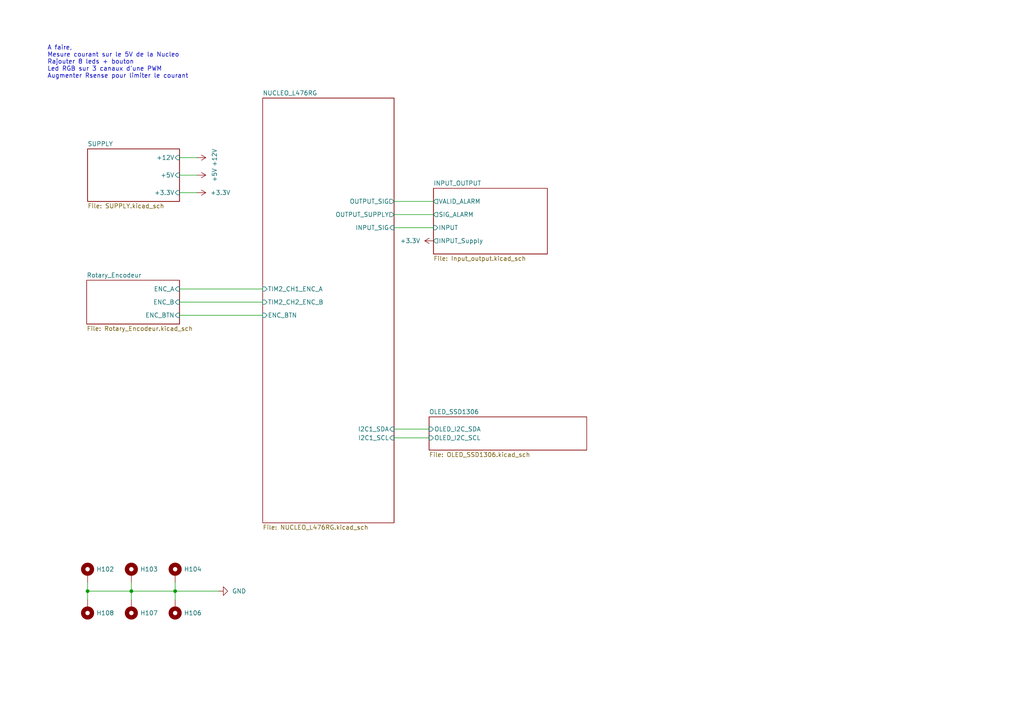
<source format=kicad_sch>
(kicad_sch
	(version 20231120)
	(generator "eeschema")
	(generator_version "8.0")
	(uuid "2e9feef3-d2ce-488a-99fa-e1de5099ffc3")
	(paper "A4")
	(lib_symbols
		(symbol "Mechanical:MountingHole_Pad"
			(pin_numbers hide)
			(pin_names
				(offset 1.016) hide)
			(exclude_from_sim no)
			(in_bom yes)
			(on_board yes)
			(property "Reference" "H"
				(at 0 6.35 0)
				(effects
					(font
						(size 1.27 1.27)
					)
				)
			)
			(property "Value" "MountingHole_Pad"
				(at 0 4.445 0)
				(effects
					(font
						(size 1.27 1.27)
					)
				)
			)
			(property "Footprint" ""
				(at 0 0 0)
				(effects
					(font
						(size 1.27 1.27)
					)
					(hide yes)
				)
			)
			(property "Datasheet" "~"
				(at 0 0 0)
				(effects
					(font
						(size 1.27 1.27)
					)
					(hide yes)
				)
			)
			(property "Description" "Mounting Hole with connection"
				(at 0 0 0)
				(effects
					(font
						(size 1.27 1.27)
					)
					(hide yes)
				)
			)
			(property "ki_keywords" "mounting hole"
				(at 0 0 0)
				(effects
					(font
						(size 1.27 1.27)
					)
					(hide yes)
				)
			)
			(property "ki_fp_filters" "MountingHole*Pad*"
				(at 0 0 0)
				(effects
					(font
						(size 1.27 1.27)
					)
					(hide yes)
				)
			)
			(symbol "MountingHole_Pad_0_1"
				(circle
					(center 0 1.27)
					(radius 1.27)
					(stroke
						(width 1.27)
						(type default)
					)
					(fill
						(type none)
					)
				)
			)
			(symbol "MountingHole_Pad_1_1"
				(pin input line
					(at 0 -2.54 90)
					(length 2.54)
					(name "1"
						(effects
							(font
								(size 1.27 1.27)
							)
						)
					)
					(number "1"
						(effects
							(font
								(size 1.27 1.27)
							)
						)
					)
				)
			)
		)
		(symbol "power:+12V"
			(power)
			(pin_numbers hide)
			(pin_names
				(offset 0) hide)
			(exclude_from_sim no)
			(in_bom yes)
			(on_board yes)
			(property "Reference" "#PWR"
				(at 0 -3.81 0)
				(effects
					(font
						(size 1.27 1.27)
					)
					(hide yes)
				)
			)
			(property "Value" "+12V"
				(at 0 3.556 0)
				(effects
					(font
						(size 1.27 1.27)
					)
				)
			)
			(property "Footprint" ""
				(at 0 0 0)
				(effects
					(font
						(size 1.27 1.27)
					)
					(hide yes)
				)
			)
			(property "Datasheet" ""
				(at 0 0 0)
				(effects
					(font
						(size 1.27 1.27)
					)
					(hide yes)
				)
			)
			(property "Description" "Power symbol creates a global label with name \"+12V\""
				(at 0 0 0)
				(effects
					(font
						(size 1.27 1.27)
					)
					(hide yes)
				)
			)
			(property "ki_keywords" "global power"
				(at 0 0 0)
				(effects
					(font
						(size 1.27 1.27)
					)
					(hide yes)
				)
			)
			(symbol "+12V_0_1"
				(polyline
					(pts
						(xy -0.762 1.27) (xy 0 2.54)
					)
					(stroke
						(width 0)
						(type default)
					)
					(fill
						(type none)
					)
				)
				(polyline
					(pts
						(xy 0 0) (xy 0 2.54)
					)
					(stroke
						(width 0)
						(type default)
					)
					(fill
						(type none)
					)
				)
				(polyline
					(pts
						(xy 0 2.54) (xy 0.762 1.27)
					)
					(stroke
						(width 0)
						(type default)
					)
					(fill
						(type none)
					)
				)
			)
			(symbol "+12V_1_1"
				(pin power_in line
					(at 0 0 90)
					(length 0)
					(name "~"
						(effects
							(font
								(size 1.27 1.27)
							)
						)
					)
					(number "1"
						(effects
							(font
								(size 1.27 1.27)
							)
						)
					)
				)
			)
		)
		(symbol "power:+3.3V"
			(power)
			(pin_numbers hide)
			(pin_names
				(offset 0) hide)
			(exclude_from_sim no)
			(in_bom yes)
			(on_board yes)
			(property "Reference" "#PWR"
				(at 0 -3.81 0)
				(effects
					(font
						(size 1.27 1.27)
					)
					(hide yes)
				)
			)
			(property "Value" "+3.3V"
				(at 0 3.556 0)
				(effects
					(font
						(size 1.27 1.27)
					)
				)
			)
			(property "Footprint" ""
				(at 0 0 0)
				(effects
					(font
						(size 1.27 1.27)
					)
					(hide yes)
				)
			)
			(property "Datasheet" ""
				(at 0 0 0)
				(effects
					(font
						(size 1.27 1.27)
					)
					(hide yes)
				)
			)
			(property "Description" "Power symbol creates a global label with name \"+3.3V\""
				(at 0 0 0)
				(effects
					(font
						(size 1.27 1.27)
					)
					(hide yes)
				)
			)
			(property "ki_keywords" "global power"
				(at 0 0 0)
				(effects
					(font
						(size 1.27 1.27)
					)
					(hide yes)
				)
			)
			(symbol "+3.3V_0_1"
				(polyline
					(pts
						(xy -0.762 1.27) (xy 0 2.54)
					)
					(stroke
						(width 0)
						(type default)
					)
					(fill
						(type none)
					)
				)
				(polyline
					(pts
						(xy 0 0) (xy 0 2.54)
					)
					(stroke
						(width 0)
						(type default)
					)
					(fill
						(type none)
					)
				)
				(polyline
					(pts
						(xy 0 2.54) (xy 0.762 1.27)
					)
					(stroke
						(width 0)
						(type default)
					)
					(fill
						(type none)
					)
				)
			)
			(symbol "+3.3V_1_1"
				(pin power_in line
					(at 0 0 90)
					(length 0)
					(name "~"
						(effects
							(font
								(size 1.27 1.27)
							)
						)
					)
					(number "1"
						(effects
							(font
								(size 1.27 1.27)
							)
						)
					)
				)
			)
		)
		(symbol "power:+5V"
			(power)
			(pin_numbers hide)
			(pin_names
				(offset 0) hide)
			(exclude_from_sim no)
			(in_bom yes)
			(on_board yes)
			(property "Reference" "#PWR"
				(at 0 -3.81 0)
				(effects
					(font
						(size 1.27 1.27)
					)
					(hide yes)
				)
			)
			(property "Value" "+5V"
				(at 0 3.556 0)
				(effects
					(font
						(size 1.27 1.27)
					)
				)
			)
			(property "Footprint" ""
				(at 0 0 0)
				(effects
					(font
						(size 1.27 1.27)
					)
					(hide yes)
				)
			)
			(property "Datasheet" ""
				(at 0 0 0)
				(effects
					(font
						(size 1.27 1.27)
					)
					(hide yes)
				)
			)
			(property "Description" "Power symbol creates a global label with name \"+5V\""
				(at 0 0 0)
				(effects
					(font
						(size 1.27 1.27)
					)
					(hide yes)
				)
			)
			(property "ki_keywords" "global power"
				(at 0 0 0)
				(effects
					(font
						(size 1.27 1.27)
					)
					(hide yes)
				)
			)
			(symbol "+5V_0_1"
				(polyline
					(pts
						(xy -0.762 1.27) (xy 0 2.54)
					)
					(stroke
						(width 0)
						(type default)
					)
					(fill
						(type none)
					)
				)
				(polyline
					(pts
						(xy 0 0) (xy 0 2.54)
					)
					(stroke
						(width 0)
						(type default)
					)
					(fill
						(type none)
					)
				)
				(polyline
					(pts
						(xy 0 2.54) (xy 0.762 1.27)
					)
					(stroke
						(width 0)
						(type default)
					)
					(fill
						(type none)
					)
				)
			)
			(symbol "+5V_1_1"
				(pin power_in line
					(at 0 0 90)
					(length 0)
					(name "~"
						(effects
							(font
								(size 1.27 1.27)
							)
						)
					)
					(number "1"
						(effects
							(font
								(size 1.27 1.27)
							)
						)
					)
				)
			)
		)
		(symbol "power:GND"
			(power)
			(pin_numbers hide)
			(pin_names
				(offset 0) hide)
			(exclude_from_sim no)
			(in_bom yes)
			(on_board yes)
			(property "Reference" "#PWR"
				(at 0 -6.35 0)
				(effects
					(font
						(size 1.27 1.27)
					)
					(hide yes)
				)
			)
			(property "Value" "GND"
				(at 0 -3.81 0)
				(effects
					(font
						(size 1.27 1.27)
					)
				)
			)
			(property "Footprint" ""
				(at 0 0 0)
				(effects
					(font
						(size 1.27 1.27)
					)
					(hide yes)
				)
			)
			(property "Datasheet" ""
				(at 0 0 0)
				(effects
					(font
						(size 1.27 1.27)
					)
					(hide yes)
				)
			)
			(property "Description" "Power symbol creates a global label with name \"GND\" , ground"
				(at 0 0 0)
				(effects
					(font
						(size 1.27 1.27)
					)
					(hide yes)
				)
			)
			(property "ki_keywords" "global power"
				(at 0 0 0)
				(effects
					(font
						(size 1.27 1.27)
					)
					(hide yes)
				)
			)
			(symbol "GND_0_1"
				(polyline
					(pts
						(xy 0 0) (xy 0 -1.27) (xy 1.27 -1.27) (xy 0 -2.54) (xy -1.27 -1.27) (xy 0 -1.27)
					)
					(stroke
						(width 0)
						(type default)
					)
					(fill
						(type none)
					)
				)
			)
			(symbol "GND_1_1"
				(pin power_in line
					(at 0 0 270)
					(length 0)
					(name "~"
						(effects
							(font
								(size 1.27 1.27)
							)
						)
					)
					(number "1"
						(effects
							(font
								(size 1.27 1.27)
							)
						)
					)
				)
			)
		)
	)
	(junction
		(at 50.8 171.45)
		(diameter 0)
		(color 0 0 0 0)
		(uuid "2f84f2bf-8760-4ed9-bc76-89a376297c20")
	)
	(junction
		(at 25.4 171.45)
		(diameter 0)
		(color 0 0 0 0)
		(uuid "9dc52ea3-1664-42bb-9544-4230ad4b170d")
	)
	(junction
		(at 38.1 171.45)
		(diameter 0)
		(color 0 0 0 0)
		(uuid "cab45ed6-6200-4ffa-8a99-a586589b935e")
	)
	(wire
		(pts
			(xy 52.07 91.44) (xy 76.2 91.44)
		)
		(stroke
			(width 0)
			(type default)
		)
		(uuid "04f76312-5fe8-4dcf-adcd-1ed165b7c1b2")
	)
	(wire
		(pts
			(xy 50.8 168.91) (xy 50.8 171.45)
		)
		(stroke
			(width 0)
			(type default)
		)
		(uuid "19b9fb14-215c-4da7-ac75-aa5b633813f8")
	)
	(wire
		(pts
			(xy 38.1 173.99) (xy 38.1 171.45)
		)
		(stroke
			(width 0)
			(type default)
		)
		(uuid "20140625-cf55-4850-a7ef-c8f703c765d8")
	)
	(wire
		(pts
			(xy 25.4 171.45) (xy 25.4 173.99)
		)
		(stroke
			(width 0)
			(type default)
		)
		(uuid "3bfc2a64-a46e-47a6-83a3-3dd9d970bb30")
	)
	(wire
		(pts
			(xy 114.3 66.04) (xy 125.73 66.04)
		)
		(stroke
			(width 0)
			(type default)
		)
		(uuid "3e5ff2a1-75ee-4303-a89b-f142c0d59b2d")
	)
	(wire
		(pts
			(xy 25.4 171.45) (xy 38.1 171.45)
		)
		(stroke
			(width 0)
			(type default)
		)
		(uuid "45b54156-e242-434f-9d2c-9a2d600d173d")
	)
	(wire
		(pts
			(xy 52.07 45.72) (xy 57.15 45.72)
		)
		(stroke
			(width 0)
			(type default)
		)
		(uuid "45d11353-d1a8-43bc-8395-21775ad6eeb7")
	)
	(wire
		(pts
			(xy 50.8 171.45) (xy 63.5 171.45)
		)
		(stroke
			(width 0)
			(type default)
		)
		(uuid "49ce4596-5487-4654-8935-c44820b37804")
	)
	(wire
		(pts
			(xy 114.3 124.46) (xy 124.46 124.46)
		)
		(stroke
			(width 0)
			(type default)
		)
		(uuid "4ccb98d7-2e6c-40d8-b01b-799cd2d05729")
	)
	(wire
		(pts
			(xy 52.07 87.63) (xy 76.2 87.63)
		)
		(stroke
			(width 0)
			(type default)
		)
		(uuid "5dbd0c98-6d7f-4774-b80c-2e09530dcbfe")
	)
	(wire
		(pts
			(xy 52.07 50.8) (xy 57.15 50.8)
		)
		(stroke
			(width 0)
			(type default)
		)
		(uuid "5f7687b8-9019-4ed9-adf6-d8fb473b7e76")
	)
	(wire
		(pts
			(xy 114.3 127) (xy 124.46 127)
		)
		(stroke
			(width 0)
			(type default)
		)
		(uuid "6aa7f164-8316-44ad-9bad-47f40217462a")
	)
	(wire
		(pts
			(xy 25.4 168.91) (xy 25.4 171.45)
		)
		(stroke
			(width 0)
			(type default)
		)
		(uuid "90d8b89a-af99-4c60-8824-bd4a0a3d1b1b")
	)
	(wire
		(pts
			(xy 50.8 171.45) (xy 50.8 173.99)
		)
		(stroke
			(width 0)
			(type default)
		)
		(uuid "978dbbaf-3642-4dc9-b9a9-da6c3af02b24")
	)
	(wire
		(pts
			(xy 52.07 55.88) (xy 57.15 55.88)
		)
		(stroke
			(width 0)
			(type default)
		)
		(uuid "b02a20c3-19a9-43dd-9e53-31b0f613347a")
	)
	(wire
		(pts
			(xy 38.1 168.91) (xy 38.1 171.45)
		)
		(stroke
			(width 0)
			(type default)
		)
		(uuid "be810f40-e5b1-4651-a18a-57c642f9a3ec")
	)
	(wire
		(pts
			(xy 114.3 58.42) (xy 125.73 58.42)
		)
		(stroke
			(width 0)
			(type default)
		)
		(uuid "c4a5e39a-fb7f-4448-999f-6b894ca2604a")
	)
	(wire
		(pts
			(xy 114.3 62.23) (xy 125.73 62.23)
		)
		(stroke
			(width 0)
			(type default)
		)
		(uuid "ea38d8b2-fb6e-4791-b13b-fe58825c6936")
	)
	(wire
		(pts
			(xy 38.1 171.45) (xy 50.8 171.45)
		)
		(stroke
			(width 0)
			(type default)
		)
		(uuid "eabc7950-e843-4fee-a05f-c02e84b7039b")
	)
	(wire
		(pts
			(xy 52.07 83.82) (xy 76.2 83.82)
		)
		(stroke
			(width 0)
			(type default)
		)
		(uuid "f79b32fe-63d7-43c7-b16c-780dda348322")
	)
	(text "A faire,\nMesure courant sur le 5V de la Nucleo\nRajouter 8 leds + bouton\nLed RGB sur 3 canaux d'une PWM\nAugmenter Rsense pour limiter le courant\n"
		(exclude_from_sim no)
		(at 13.716 18.034 0)
		(effects
			(font
				(size 1.27 1.27)
			)
			(justify left)
		)
		(uuid "e5f89b35-91a1-4551-9d4b-e0d4a081def4")
	)
	(symbol
		(lib_id "Mechanical:MountingHole_Pad")
		(at 50.8 166.37 0)
		(unit 1)
		(exclude_from_sim no)
		(in_bom yes)
		(on_board yes)
		(dnp no)
		(fields_autoplaced yes)
		(uuid "000594e6-a91d-40b5-b10f-33a629059c56")
		(property "Reference" "H104"
			(at 53.34 165.0999 0)
			(effects
				(font
					(size 1.27 1.27)
				)
				(justify left)
			)
		)
		(property "Value" "MountingHole_Pad"
			(at 48.26 163.8301 0)
			(effects
				(font
					(size 1.27 1.27)
				)
				(justify right)
				(hide yes)
			)
		)
		(property "Footprint" "MountingHole:MountingHole_3.2mm_M3_Pad"
			(at 50.8 166.37 0)
			(effects
				(font
					(size 1.27 1.27)
				)
				(hide yes)
			)
		)
		(property "Datasheet" "~"
			(at 50.8 166.37 0)
			(effects
				(font
					(size 1.27 1.27)
				)
				(hide yes)
			)
		)
		(property "Description" "Mounting Hole with connection"
			(at 50.8 166.37 0)
			(effects
				(font
					(size 1.27 1.27)
				)
				(hide yes)
			)
		)
		(property "Vmax" ""
			(at 50.8 166.37 0)
			(effects
				(font
					(size 1.27 1.27)
				)
				(hide yes)
			)
		)
		(pin "1"
			(uuid "a014f8aa-8e24-4c3e-9bee-4ee14ac5630a")
		)
		(instances
			(project "uC_TP_Boussole_mb"
				(path "/2e9feef3-d2ce-488a-99fa-e1de5099ffc3"
					(reference "H104")
					(unit 1)
				)
			)
		)
	)
	(symbol
		(lib_id "Mechanical:MountingHole_Pad")
		(at 50.8 176.53 180)
		(unit 1)
		(exclude_from_sim no)
		(in_bom yes)
		(on_board yes)
		(dnp no)
		(fields_autoplaced yes)
		(uuid "2208d0cf-f214-4494-86b3-0c8a1fd6e7ce")
		(property "Reference" "H106"
			(at 53.34 177.7999 0)
			(effects
				(font
					(size 1.27 1.27)
				)
				(justify right)
			)
		)
		(property "Value" "MountingHole_Pad"
			(at 53.34 179.0699 0)
			(effects
				(font
					(size 1.27 1.27)
				)
				(justify right)
				(hide yes)
			)
		)
		(property "Footprint" "MountingHole:MountingHole_3.2mm_M3_Pad"
			(at 50.8 176.53 0)
			(effects
				(font
					(size 1.27 1.27)
				)
				(hide yes)
			)
		)
		(property "Datasheet" "~"
			(at 50.8 176.53 0)
			(effects
				(font
					(size 1.27 1.27)
				)
				(hide yes)
			)
		)
		(property "Description" "Mounting Hole with connection"
			(at 50.8 176.53 0)
			(effects
				(font
					(size 1.27 1.27)
				)
				(hide yes)
			)
		)
		(property "Vmax" ""
			(at 50.8 176.53 0)
			(effects
				(font
					(size 1.27 1.27)
				)
				(hide yes)
			)
		)
		(pin "1"
			(uuid "f4b7323a-7f92-4052-a8c9-1da49492fc01")
		)
		(instances
			(project "uC_TP_Boussole_mb"
				(path "/2e9feef3-d2ce-488a-99fa-e1de5099ffc3"
					(reference "H106")
					(unit 1)
				)
			)
		)
	)
	(symbol
		(lib_id "power:+5V")
		(at 57.15 50.8 270)
		(unit 1)
		(exclude_from_sim no)
		(in_bom yes)
		(on_board yes)
		(dnp no)
		(fields_autoplaced yes)
		(uuid "387a4ba9-8414-40c2-a655-9bbc51f527c6")
		(property "Reference" "#PWR0102"
			(at 53.34 50.8 0)
			(effects
				(font
					(size 1.27 1.27)
				)
				(hide yes)
			)
		)
		(property "Value" "+5V"
			(at 62.23 50.8 0)
			(effects
				(font
					(size 1.27 1.27)
				)
			)
		)
		(property "Footprint" ""
			(at 57.15 50.8 0)
			(effects
				(font
					(size 1.27 1.27)
				)
				(hide yes)
			)
		)
		(property "Datasheet" ""
			(at 57.15 50.8 0)
			(effects
				(font
					(size 1.27 1.27)
				)
				(hide yes)
			)
		)
		(property "Description" "Power symbol creates a global label with name \"+5V\""
			(at 57.15 50.8 0)
			(effects
				(font
					(size 1.27 1.27)
				)
				(hide yes)
			)
		)
		(pin "1"
			(uuid "fb364c59-19d0-4d76-9963-af2ff687c274")
		)
		(instances
			(project "uC_TP_Boussole_mb"
				(path "/2e9feef3-d2ce-488a-99fa-e1de5099ffc3"
					(reference "#PWR0102")
					(unit 1)
				)
			)
		)
	)
	(symbol
		(lib_id "Mechanical:MountingHole_Pad")
		(at 38.1 176.53 180)
		(unit 1)
		(exclude_from_sim no)
		(in_bom yes)
		(on_board yes)
		(dnp no)
		(fields_autoplaced yes)
		(uuid "3e47fc1e-a7a8-4802-ba4b-80ca5786573e")
		(property "Reference" "H107"
			(at 40.64 177.7999 0)
			(effects
				(font
					(size 1.27 1.27)
				)
				(justify right)
			)
		)
		(property "Value" "MountingHole_Pad"
			(at 40.64 179.0699 0)
			(effects
				(font
					(size 1.27 1.27)
				)
				(justify right)
				(hide yes)
			)
		)
		(property "Footprint" "MountingHole:MountingHole_3.2mm_M3_Pad"
			(at 38.1 176.53 0)
			(effects
				(font
					(size 1.27 1.27)
				)
				(hide yes)
			)
		)
		(property "Datasheet" "~"
			(at 38.1 176.53 0)
			(effects
				(font
					(size 1.27 1.27)
				)
				(hide yes)
			)
		)
		(property "Description" "Mounting Hole with connection"
			(at 38.1 176.53 0)
			(effects
				(font
					(size 1.27 1.27)
				)
				(hide yes)
			)
		)
		(property "Vmax" ""
			(at 38.1 176.53 0)
			(effects
				(font
					(size 1.27 1.27)
				)
				(hide yes)
			)
		)
		(pin "1"
			(uuid "c8db0ad4-e3e6-4c6e-ba1c-75c885f80a97")
		)
		(instances
			(project "uC_TP_Boussole_mb"
				(path "/2e9feef3-d2ce-488a-99fa-e1de5099ffc3"
					(reference "H107")
					(unit 1)
				)
			)
		)
	)
	(symbol
		(lib_id "power:+3.3V")
		(at 57.15 55.88 270)
		(unit 1)
		(exclude_from_sim no)
		(in_bom yes)
		(on_board yes)
		(dnp no)
		(fields_autoplaced yes)
		(uuid "65680273-0fd5-4edd-a27b-0711b1f0f8d8")
		(property "Reference" "#PWR0103"
			(at 53.34 55.88 0)
			(effects
				(font
					(size 1.27 1.27)
				)
				(hide yes)
			)
		)
		(property "Value" "+3.3V"
			(at 60.96 55.8799 90)
			(effects
				(font
					(size 1.27 1.27)
				)
				(justify left)
			)
		)
		(property "Footprint" ""
			(at 57.15 55.88 0)
			(effects
				(font
					(size 1.27 1.27)
				)
				(hide yes)
			)
		)
		(property "Datasheet" ""
			(at 57.15 55.88 0)
			(effects
				(font
					(size 1.27 1.27)
				)
				(hide yes)
			)
		)
		(property "Description" "Power symbol creates a global label with name \"+3.3V\""
			(at 57.15 55.88 0)
			(effects
				(font
					(size 1.27 1.27)
				)
				(hide yes)
			)
		)
		(pin "1"
			(uuid "d79b03e0-e1f9-40a2-b871-00b78ffdf41b")
		)
		(instances
			(project "uC_TP_Boussole_mb"
				(path "/2e9feef3-d2ce-488a-99fa-e1de5099ffc3"
					(reference "#PWR0103")
					(unit 1)
				)
			)
		)
	)
	(symbol
		(lib_id "Mechanical:MountingHole_Pad")
		(at 25.4 176.53 180)
		(unit 1)
		(exclude_from_sim no)
		(in_bom yes)
		(on_board yes)
		(dnp no)
		(fields_autoplaced yes)
		(uuid "ae08c63f-f1a1-4395-b90a-fa15eac34fdf")
		(property "Reference" "H108"
			(at 27.94 177.7999 0)
			(effects
				(font
					(size 1.27 1.27)
				)
				(justify right)
			)
		)
		(property "Value" "MountingHole_Pad"
			(at 27.94 179.0699 0)
			(effects
				(font
					(size 1.27 1.27)
				)
				(justify right)
				(hide yes)
			)
		)
		(property "Footprint" "MountingHole:MountingHole_3.2mm_M3_Pad"
			(at 25.4 176.53 0)
			(effects
				(font
					(size 1.27 1.27)
				)
				(hide yes)
			)
		)
		(property "Datasheet" "~"
			(at 25.4 176.53 0)
			(effects
				(font
					(size 1.27 1.27)
				)
				(hide yes)
			)
		)
		(property "Description" "Mounting Hole with connection"
			(at 25.4 176.53 0)
			(effects
				(font
					(size 1.27 1.27)
				)
				(hide yes)
			)
		)
		(property "Vmax" ""
			(at 25.4 176.53 0)
			(effects
				(font
					(size 1.27 1.27)
				)
				(hide yes)
			)
		)
		(pin "1"
			(uuid "31efc2f1-a7bc-4e4a-9f9e-7d2968a48660")
		)
		(instances
			(project "uC_TP_Boussole_mb"
				(path "/2e9feef3-d2ce-488a-99fa-e1de5099ffc3"
					(reference "H108")
					(unit 1)
				)
			)
		)
	)
	(symbol
		(lib_id "Mechanical:MountingHole_Pad")
		(at 38.1 166.37 0)
		(unit 1)
		(exclude_from_sim no)
		(in_bom yes)
		(on_board yes)
		(dnp no)
		(fields_autoplaced yes)
		(uuid "bded79fe-54c9-4c5b-b7b6-43fbc5c6f19f")
		(property "Reference" "H103"
			(at 40.64 165.0999 0)
			(effects
				(font
					(size 1.27 1.27)
				)
				(justify left)
			)
		)
		(property "Value" "MountingHole_Pad"
			(at 35.56 163.8301 0)
			(effects
				(font
					(size 1.27 1.27)
				)
				(justify right)
				(hide yes)
			)
		)
		(property "Footprint" "MountingHole:MountingHole_3.2mm_M3_Pad"
			(at 38.1 166.37 0)
			(effects
				(font
					(size 1.27 1.27)
				)
				(hide yes)
			)
		)
		(property "Datasheet" "~"
			(at 38.1 166.37 0)
			(effects
				(font
					(size 1.27 1.27)
				)
				(hide yes)
			)
		)
		(property "Description" "Mounting Hole with connection"
			(at 38.1 166.37 0)
			(effects
				(font
					(size 1.27 1.27)
				)
				(hide yes)
			)
		)
		(property "Vmax" ""
			(at 38.1 166.37 0)
			(effects
				(font
					(size 1.27 1.27)
				)
				(hide yes)
			)
		)
		(pin "1"
			(uuid "783ef401-8526-4fbb-95c0-e7a7f487529c")
		)
		(instances
			(project "uC_TP_Boussole_mb"
				(path "/2e9feef3-d2ce-488a-99fa-e1de5099ffc3"
					(reference "H103")
					(unit 1)
				)
			)
		)
	)
	(symbol
		(lib_id "power:+12V")
		(at 57.15 45.72 270)
		(unit 1)
		(exclude_from_sim no)
		(in_bom yes)
		(on_board yes)
		(dnp no)
		(fields_autoplaced yes)
		(uuid "c0bb716c-ac83-4af4-840f-1cc1f258c1f4")
		(property "Reference" "#PWR0101"
			(at 53.34 45.72 0)
			(effects
				(font
					(size 1.27 1.27)
				)
				(hide yes)
			)
		)
		(property "Value" "+12V"
			(at 62.23 45.72 0)
			(effects
				(font
					(size 1.27 1.27)
				)
			)
		)
		(property "Footprint" ""
			(at 57.15 45.72 0)
			(effects
				(font
					(size 1.27 1.27)
				)
				(hide yes)
			)
		)
		(property "Datasheet" ""
			(at 57.15 45.72 0)
			(effects
				(font
					(size 1.27 1.27)
				)
				(hide yes)
			)
		)
		(property "Description" "Power symbol creates a global label with name \"+12V\""
			(at 57.15 45.72 0)
			(effects
				(font
					(size 1.27 1.27)
				)
				(hide yes)
			)
		)
		(pin "1"
			(uuid "08390ee6-1d81-4aa7-9d1e-cf284d92b0ac")
		)
		(instances
			(project "uC_TP_Boussole_mb"
				(path "/2e9feef3-d2ce-488a-99fa-e1de5099ffc3"
					(reference "#PWR0101")
					(unit 1)
				)
			)
		)
	)
	(symbol
		(lib_id "power:+3.3V")
		(at 125.73 69.85 90)
		(unit 1)
		(exclude_from_sim no)
		(in_bom yes)
		(on_board yes)
		(dnp no)
		(fields_autoplaced yes)
		(uuid "df5c91df-9889-4af5-8509-b1be58f416eb")
		(property "Reference" "#PWR03"
			(at 129.54 69.85 0)
			(effects
				(font
					(size 1.27 1.27)
				)
				(hide yes)
			)
		)
		(property "Value" "+3.3V"
			(at 121.92 69.8499 90)
			(effects
				(font
					(size 1.27 1.27)
				)
				(justify left)
			)
		)
		(property "Footprint" ""
			(at 125.73 69.85 0)
			(effects
				(font
					(size 1.27 1.27)
				)
				(hide yes)
			)
		)
		(property "Datasheet" ""
			(at 125.73 69.85 0)
			(effects
				(font
					(size 1.27 1.27)
				)
				(hide yes)
			)
		)
		(property "Description" "Power symbol creates a global label with name \"+3.3V\""
			(at 125.73 69.85 0)
			(effects
				(font
					(size 1.27 1.27)
				)
				(hide yes)
			)
		)
		(pin "1"
			(uuid "acdb2e90-7730-45ba-b171-a7e3f1499447")
		)
		(instances
			(project "Alarm Control System"
				(path "/2e9feef3-d2ce-488a-99fa-e1de5099ffc3"
					(reference "#PWR03")
					(unit 1)
				)
			)
		)
	)
	(symbol
		(lib_id "power:GND")
		(at 63.5 171.45 90)
		(unit 1)
		(exclude_from_sim no)
		(in_bom yes)
		(on_board yes)
		(dnp no)
		(fields_autoplaced yes)
		(uuid "e4a29496-ed73-4c25-8c4e-f807a90d2d52")
		(property "Reference" "#PWR0104"
			(at 69.85 171.45 0)
			(effects
				(font
					(size 1.27 1.27)
				)
				(hide yes)
			)
		)
		(property "Value" "GND"
			(at 67.31 171.4499 90)
			(effects
				(font
					(size 1.27 1.27)
				)
				(justify right)
			)
		)
		(property "Footprint" ""
			(at 63.5 171.45 0)
			(effects
				(font
					(size 1.27 1.27)
				)
				(hide yes)
			)
		)
		(property "Datasheet" ""
			(at 63.5 171.45 0)
			(effects
				(font
					(size 1.27 1.27)
				)
				(hide yes)
			)
		)
		(property "Description" "Power symbol creates a global label with name \"GND\" , ground"
			(at 63.5 171.45 0)
			(effects
				(font
					(size 1.27 1.27)
				)
				(hide yes)
			)
		)
		(pin "1"
			(uuid "d7f83888-0a65-445d-bbd7-1daed22830f6")
		)
		(instances
			(project "uC_TP_Boussole_mb"
				(path "/2e9feef3-d2ce-488a-99fa-e1de5099ffc3"
					(reference "#PWR0104")
					(unit 1)
				)
			)
		)
	)
	(symbol
		(lib_id "Mechanical:MountingHole_Pad")
		(at 25.4 166.37 0)
		(unit 1)
		(exclude_from_sim no)
		(in_bom yes)
		(on_board yes)
		(dnp no)
		(fields_autoplaced yes)
		(uuid "e8ddbdb5-fad4-4914-84b5-7671ee6a2359")
		(property "Reference" "H102"
			(at 27.94 165.0999 0)
			(effects
				(font
					(size 1.27 1.27)
				)
				(justify left)
			)
		)
		(property "Value" "MountingHole_Pad"
			(at 22.86 163.8301 0)
			(effects
				(font
					(size 1.27 1.27)
				)
				(justify right)
				(hide yes)
			)
		)
		(property "Footprint" "MountingHole:MountingHole_3.2mm_M3_Pad"
			(at 25.4 166.37 0)
			(effects
				(font
					(size 1.27 1.27)
				)
				(hide yes)
			)
		)
		(property "Datasheet" "~"
			(at 25.4 166.37 0)
			(effects
				(font
					(size 1.27 1.27)
				)
				(hide yes)
			)
		)
		(property "Description" "Mounting Hole with connection"
			(at 25.4 166.37 0)
			(effects
				(font
					(size 1.27 1.27)
				)
				(hide yes)
			)
		)
		(property "Vmax" ""
			(at 25.4 166.37 0)
			(effects
				(font
					(size 1.27 1.27)
				)
				(hide yes)
			)
		)
		(pin "1"
			(uuid "236e0552-efca-4a85-99ca-80931755908c")
		)
		(instances
			(project "uC_TP_Boussole_mb"
				(path "/2e9feef3-d2ce-488a-99fa-e1de5099ffc3"
					(reference "H102")
					(unit 1)
				)
			)
		)
	)
	(sheet
		(at 76.2 28.448)
		(size 38.1 123.19)
		(fields_autoplaced yes)
		(stroke
			(width 0.1524)
			(type solid)
		)
		(fill
			(color 0 0 0 0.0000)
		)
		(uuid "05c5487e-de82-4573-ad81-720c1b2881f4")
		(property "Sheetname" "NUCLEO_L476RG"
			(at 76.2 27.7364 0)
			(effects
				(font
					(size 1.27 1.27)
				)
				(justify left bottom)
			)
		)
		(property "Sheetfile" "NUCLEO_L476RG.kicad_sch"
			(at 76.2 152.2226 0)
			(effects
				(font
					(size 1.27 1.27)
				)
				(justify left top)
			)
		)
		(pin "I2C1_SDA" input
			(at 114.3 124.46 0)
			(effects
				(font
					(size 1.27 1.27)
				)
				(justify right)
			)
			(uuid "26a2cde0-1000-4d3b-939a-1555b4409f7c")
		)
		(pin "I2C1_SCL" input
			(at 114.3 127 0)
			(effects
				(font
					(size 1.27 1.27)
				)
				(justify right)
			)
			(uuid "e591a316-e1a8-43ee-9787-12074cef4229")
		)
		(pin "TIM2_CH1_ENC_A" input
			(at 76.2 83.82 180)
			(effects
				(font
					(size 1.27 1.27)
				)
				(justify left)
			)
			(uuid "401395f7-7b71-40d3-8cf5-93146747a639")
		)
		(pin "TIM2_CH2_ENC_B" input
			(at 76.2 87.63 180)
			(effects
				(font
					(size 1.27 1.27)
				)
				(justify left)
			)
			(uuid "888f3fd5-4a25-46c5-a847-315007d0473e")
		)
		(pin "ENC_BTN" input
			(at 76.2 91.44 180)
			(effects
				(font
					(size 1.27 1.27)
				)
				(justify left)
			)
			(uuid "01fe4d6e-eefc-4093-b56d-59ed0b0acf1c")
		)
		(pin "INPUT_SIG" input
			(at 114.3 66.04 0)
			(effects
				(font
					(size 1.27 1.27)
				)
				(justify right)
			)
			(uuid "a42fa01b-eb53-4282-a366-aa814419d536")
		)
		(pin "OUTPUT_SUPPLY" output
			(at 114.3 62.23 0)
			(effects
				(font
					(size 1.27 1.27)
				)
				(justify right)
			)
			(uuid "03ae61da-b835-438a-a14c-ca70de097475")
		)
		(pin "OUTPUT_SIG" output
			(at 114.3 58.42 0)
			(effects
				(font
					(size 1.27 1.27)
				)
				(justify right)
			)
			(uuid "bbdc53cd-7b10-4b3f-ada3-f66a621b1566")
		)
		(instances
			(project "Alarm Control System"
				(path "/2e9feef3-d2ce-488a-99fa-e1de5099ffc3"
					(page "5")
				)
			)
		)
	)
	(sheet
		(at 125.73 54.61)
		(size 33.02 19.05)
		(fields_autoplaced yes)
		(stroke
			(width 0.1524)
			(type solid)
		)
		(fill
			(color 0 0 0 0.0000)
		)
		(uuid "39fa4907-1b33-4a63-a82f-4a7cc2cfc181")
		(property "Sheetname" "INPUT_OUTPUT"
			(at 125.73 53.8984 0)
			(effects
				(font
					(size 1.27 1.27)
				)
				(justify left bottom)
			)
		)
		(property "Sheetfile" "Input_output.kicad_sch"
			(at 125.73 74.2446 0)
			(effects
				(font
					(size 1.27 1.27)
				)
				(justify left top)
			)
		)
		(pin "VALID_ALARM" output
			(at 125.73 58.42 180)
			(effects
				(font
					(size 1.27 1.27)
				)
				(justify left)
			)
			(uuid "df3e5350-d792-4469-93fd-4a1530ac5368")
		)
		(pin "INPUT" input
			(at 125.73 66.04 180)
			(effects
				(font
					(size 1.27 1.27)
				)
				(justify left)
			)
			(uuid "94bc76fe-56f0-4844-8ce0-ab52c470758a")
		)
		(pin "SIG_ALARM" output
			(at 125.73 62.23 180)
			(effects
				(font
					(size 1.27 1.27)
				)
				(justify left)
			)
			(uuid "8967c0b3-1ba5-4eb8-b18e-79bd1cbadd72")
		)
		(pin "INPUT_Supply" output
			(at 125.73 69.85 180)
			(effects
				(font
					(size 1.27 1.27)
				)
				(justify left)
			)
			(uuid "7e3a8e4b-1d26-42d5-834c-03abf7d483e5")
		)
		(instances
			(project "Alarm Control System"
				(path "/2e9feef3-d2ce-488a-99fa-e1de5099ffc3"
					(page "6")
				)
			)
		)
	)
	(sheet
		(at 124.46 120.904)
		(size 45.72 9.652)
		(fields_autoplaced yes)
		(stroke
			(width 0.1524)
			(type solid)
		)
		(fill
			(color 0 0 0 0.0000)
		)
		(uuid "51dbfd4b-530d-4bfc-b216-7850cc622368")
		(property "Sheetname" "OLED_SSD1306"
			(at 124.46 120.1924 0)
			(effects
				(font
					(size 1.27 1.27)
				)
				(justify left bottom)
			)
		)
		(property "Sheetfile" "OLED_SSD1306.kicad_sch"
			(at 124.46 131.1406 0)
			(effects
				(font
					(size 1.27 1.27)
				)
				(justify left top)
			)
		)
		(pin "OLED_I2C_SDA" input
			(at 124.46 124.46 180)
			(effects
				(font
					(size 1.27 1.27)
				)
				(justify left)
			)
			(uuid "768a6dd1-a70c-4d3e-8fd3-e74a3fd72280")
		)
		(pin "OLED_I2C_SCL" input
			(at 124.46 127 180)
			(effects
				(font
					(size 1.27 1.27)
				)
				(justify left)
			)
			(uuid "c409d0b9-f5d3-4657-9f56-3072877bfa7a")
		)
		(instances
			(project "Alarm Control System"
				(path "/2e9feef3-d2ce-488a-99fa-e1de5099ffc3"
					(page "7")
				)
			)
		)
	)
	(sheet
		(at 25.4 43.18)
		(size 26.67 15.24)
		(fields_autoplaced yes)
		(stroke
			(width 0.1524)
			(type solid)
		)
		(fill
			(color 0 0 0 0.0000)
		)
		(uuid "656cbb3c-4322-42f9-a353-72af4bbcd3ec")
		(property "Sheetname" "SUPPLY"
			(at 25.4 42.4684 0)
			(effects
				(font
					(size 1.27 1.27)
				)
				(justify left bottom)
			)
		)
		(property "Sheetfile" "SUPPLY.kicad_sch"
			(at 25.4 59.0046 0)
			(effects
				(font
					(size 1.27 1.27)
				)
				(justify left top)
			)
		)
		(pin "+5V" input
			(at 52.07 50.8 0)
			(effects
				(font
					(size 1.27 1.27)
				)
				(justify right)
			)
			(uuid "aeca32f7-42ce-409e-b96c-25dee8f3548e")
		)
		(pin "+3.3V" input
			(at 52.07 55.88 0)
			(effects
				(font
					(size 1.27 1.27)
				)
				(justify right)
			)
			(uuid "be9d21d6-4e78-4d02-89c5-2aa484f0072e")
		)
		(pin "+12V" input
			(at 52.07 45.72 0)
			(effects
				(font
					(size 1.27 1.27)
				)
				(justify right)
			)
			(uuid "b0062f3f-1c46-4826-9326-ab878746be9f")
		)
		(instances
			(project "Alarm Control System"
				(path "/2e9feef3-d2ce-488a-99fa-e1de5099ffc3"
					(page "4")
				)
			)
		)
	)
	(sheet
		(at 25.146 81.28)
		(size 26.924 12.7)
		(fields_autoplaced yes)
		(stroke
			(width 0.1524)
			(type solid)
		)
		(fill
			(color 0 0 0 0.0000)
		)
		(uuid "8626d2ab-7a6d-4e27-94e7-d8511693f938")
		(property "Sheetname" "Rotary_Encodeur"
			(at 25.146 80.5684 0)
			(effects
				(font
					(size 1.27 1.27)
				)
				(justify left bottom)
			)
		)
		(property "Sheetfile" "Rotary_Encodeur.kicad_sch"
			(at 25.146 94.5646 0)
			(effects
				(font
					(size 1.27 1.27)
				)
				(justify left top)
			)
		)
		(pin "ENC_A" input
			(at 52.07 83.82 0)
			(effects
				(font
					(size 1.27 1.27)
				)
				(justify right)
			)
			(uuid "c7d1e8d7-bbd3-4948-9a88-b8b4de94de12")
		)
		(pin "ENC_B" input
			(at 52.07 87.63 0)
			(effects
				(font
					(size 1.27 1.27)
				)
				(justify right)
			)
			(uuid "c66439d0-8e8a-41d2-90d0-72c8ef1eb66d")
		)
		(pin "ENC_BTN" input
			(at 52.07 91.44 0)
			(effects
				(font
					(size 1.27 1.27)
				)
				(justify right)
			)
			(uuid "86abcc4a-a653-4931-9208-bd13530ced48")
		)
		(instances
			(project "Alarm Control System"
				(path "/2e9feef3-d2ce-488a-99fa-e1de5099ffc3"
					(page "8")
				)
			)
		)
	)
	(sheet_instances
		(path "/"
			(page "1")
		)
	)
)

</source>
